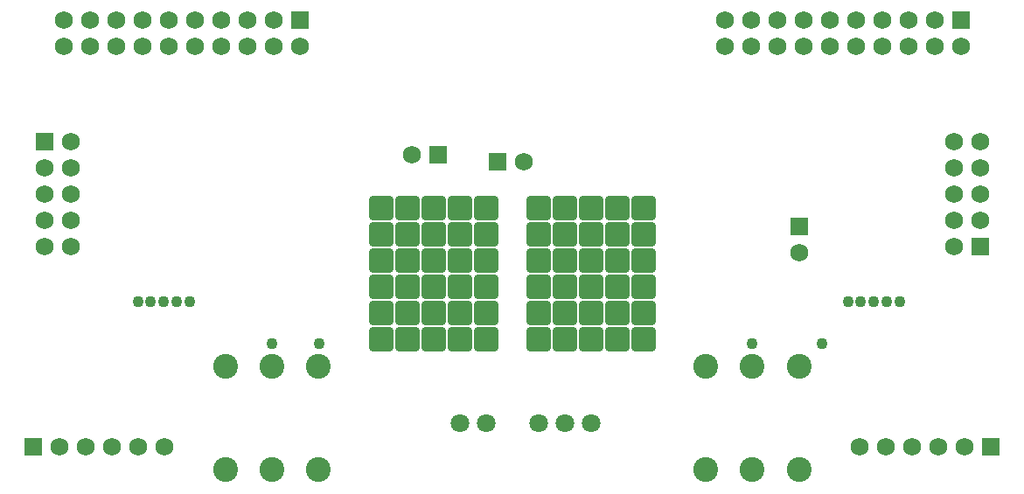
<source format=gbs>
G04 Layer_Color=16711935*
%FSLAX25Y25*%
%MOIN*%
G70*
G01*
G75*
G04:AMPARAMS|DCode=42|XSize=90.68mil|YSize=90.68mil|CornerRadius=8.13mil|HoleSize=0mil|Usage=FLASHONLY|Rotation=180.000|XOffset=0mil|YOffset=0mil|HoleType=Round|Shape=RoundedRectangle|*
%AMROUNDEDRECTD42*
21,1,0.09068,0.07441,0,0,180.0*
21,1,0.07441,0.09068,0,0,180.0*
1,1,0.01627,-0.03721,0.03721*
1,1,0.01627,0.03721,0.03721*
1,1,0.01627,0.03721,-0.03721*
1,1,0.01627,-0.03721,-0.03721*
%
%ADD42ROUNDEDRECTD42*%
%ADD43R,0.06800X0.06800*%
%ADD44C,0.06800*%
%ADD45R,0.06800X0.06800*%
%ADD46C,0.09461*%
%ADD47C,0.07099*%
%ADD48C,0.04343*%
D42*
X246850Y106693D02*
D03*
X236850D02*
D03*
X226850D02*
D03*
X216850D02*
D03*
X206850D02*
D03*
X186850D02*
D03*
X176850D02*
D03*
X166850D02*
D03*
X156850D02*
D03*
X146850D02*
D03*
X246850Y76693D02*
D03*
X236850D02*
D03*
X226850D02*
D03*
X216850D02*
D03*
X206850D02*
D03*
X186850D02*
D03*
X176850D02*
D03*
X166850D02*
D03*
X156850D02*
D03*
X146850D02*
D03*
Y66693D02*
D03*
X156850D02*
D03*
X166850D02*
D03*
X176850D02*
D03*
X186850D02*
D03*
X206850D02*
D03*
X216850D02*
D03*
X226850D02*
D03*
X236850D02*
D03*
X246850D02*
D03*
X146850Y56693D02*
D03*
X156850D02*
D03*
X166850D02*
D03*
X176850D02*
D03*
X186850D02*
D03*
X206850D02*
D03*
X216850D02*
D03*
X226850D02*
D03*
X236850D02*
D03*
X246850D02*
D03*
X146850Y96693D02*
D03*
X156850D02*
D03*
X166850D02*
D03*
X176850D02*
D03*
X186850D02*
D03*
X206850D02*
D03*
X216850D02*
D03*
X226850D02*
D03*
X236850D02*
D03*
X246850D02*
D03*
X146850Y86693D02*
D03*
X156850D02*
D03*
X166850D02*
D03*
X176850D02*
D03*
X186850D02*
D03*
X206850D02*
D03*
X216850D02*
D03*
X226850D02*
D03*
X236850D02*
D03*
X246850D02*
D03*
D43*
X367835Y178228D02*
D03*
X306102Y99567D02*
D03*
X115866Y178228D02*
D03*
D44*
X367835Y168228D02*
D03*
X357835Y178228D02*
D03*
Y168228D02*
D03*
X347835Y178228D02*
D03*
Y168228D02*
D03*
X337835Y178228D02*
D03*
Y168228D02*
D03*
X327835Y178228D02*
D03*
Y168228D02*
D03*
X317835Y178228D02*
D03*
Y168228D02*
D03*
X307835Y178228D02*
D03*
Y168228D02*
D03*
X297835Y178228D02*
D03*
Y168228D02*
D03*
X287835Y178228D02*
D03*
Y168228D02*
D03*
X277835Y178228D02*
D03*
Y168228D02*
D03*
X365157Y92047D02*
D03*
X375157Y102047D02*
D03*
X365157D02*
D03*
X375157Y112047D02*
D03*
X365157D02*
D03*
X375157Y122047D02*
D03*
X365157D02*
D03*
X375157Y132047D02*
D03*
X365157D02*
D03*
X306102Y89567D02*
D03*
X158465Y126969D02*
D03*
X34291Y15748D02*
D03*
X24291D02*
D03*
X44291D02*
D03*
X54291D02*
D03*
X64291D02*
D03*
X28543Y132047D02*
D03*
X18543Y122047D02*
D03*
X28543D02*
D03*
X18543Y112047D02*
D03*
X28543D02*
D03*
X18543Y102047D02*
D03*
X28543D02*
D03*
X18543Y92047D02*
D03*
X28543D02*
D03*
X115866Y168228D02*
D03*
X105866Y178228D02*
D03*
Y168228D02*
D03*
X95866Y178228D02*
D03*
Y168228D02*
D03*
X85866Y178228D02*
D03*
Y168228D02*
D03*
X75866Y178228D02*
D03*
Y168228D02*
D03*
X65866Y178228D02*
D03*
Y168228D02*
D03*
X55866Y178228D02*
D03*
Y168228D02*
D03*
X45866Y178228D02*
D03*
Y168228D02*
D03*
X35866Y178228D02*
D03*
Y168228D02*
D03*
X25866Y178228D02*
D03*
Y168228D02*
D03*
X201339Y124213D02*
D03*
X359409Y15748D02*
D03*
X369409D02*
D03*
X349409D02*
D03*
X339409D02*
D03*
X329409D02*
D03*
D45*
X375157Y92047D02*
D03*
X168465Y126969D02*
D03*
X14291Y15748D02*
D03*
X18543Y132047D02*
D03*
X191339Y124213D02*
D03*
X379409Y15748D02*
D03*
D46*
X288386Y46260D02*
D03*
Y6890D02*
D03*
X270669Y46260D02*
D03*
Y6890D02*
D03*
X123031Y46260D02*
D03*
Y6890D02*
D03*
X105315Y46260D02*
D03*
Y6890D02*
D03*
X87598Y46260D02*
D03*
Y6890D02*
D03*
X306102Y46260D02*
D03*
Y6890D02*
D03*
D47*
X177008Y24606D02*
D03*
X187008D02*
D03*
X207008D02*
D03*
X217008D02*
D03*
X227008D02*
D03*
D48*
X315059Y55020D02*
D03*
X288287Y55118D02*
D03*
X123130D02*
D03*
X105315D02*
D03*
X324803Y70866D02*
D03*
X329724D02*
D03*
X334646D02*
D03*
X339567Y70965D02*
D03*
X344488Y70866D02*
D03*
X73819D02*
D03*
X68898D02*
D03*
X63976D02*
D03*
X59055D02*
D03*
X54134D02*
D03*
M02*

</source>
